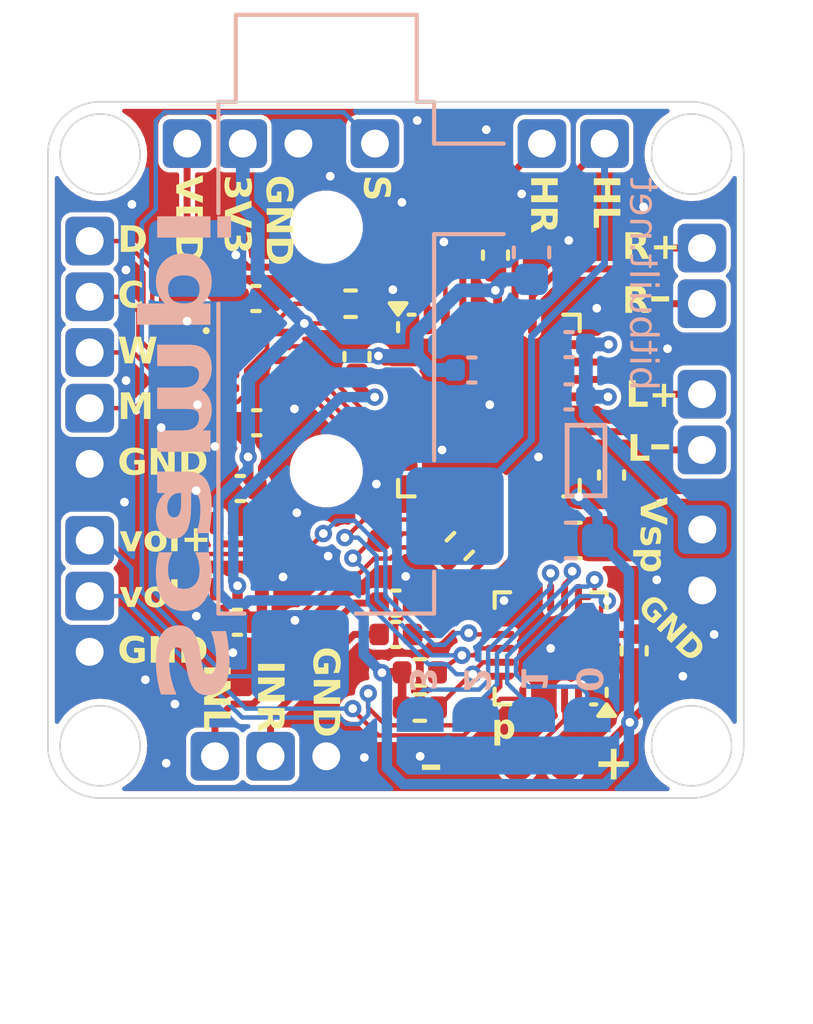
<source format=kicad_pcb>
(kicad_pcb (version 20240706) (generator "pcbnew") (generator_version "8.99")
  (layers (0 "F.Cu" signal) (31 "B.Cu" signal) (34 "B.Paste" user) (35 "F.Paste" user) (36 "B.SilkS" user "B.Silkscreen") (37 "F.SilkS" user "F.Silkscreen") (38 "B.Mask" user) (39 "F.Mask" user) (44 "Edge.Cuts" user))
  (net 0 "")
  (net 1 "+3V3")
  (net 2 "GND")
  (net 3 "VDDIO_EXT")
  (net 4 "+1V8")
  (net 5 "SPVDD")
  (net 6 "Net-(U2-MIC1LP)")
  (net 7 "Net-(C13-Pad2)")
  (net 8 "Net-(U2-MIC1RP)")
  (net 9 "Net-(C14-Pad2)")
  (net 10 "SCL")
  (net 11 "SDA")
  (net 12 "Net-(U2-GPIO1)")
  (net 13 "Net-(U2-SPKL+)")
  (net 14 "Net-(U2-SPKL-)")
  (net 15 "Net-(U2-SPKR-)")
  (net 16 "Net-(U2-SPKR+)")
  (net 17 "/HPS")
  (net 18 "/HPL")
  (net 19 "/HPR")
  (net 21 "RES")
  (net 24 "Net-(U2-MICBIAS)")
  (net 25 "UPDI")
  (net 26 "Net-(JP3-B)")
  (net 28 "Net-(JP1-B)")
  (net 29 "Net-(JP2-B)")
  (net 30 "Net-(JP4-B)")
  (net 33 "/D")
  (net 34 "/D_IN")
  (net 35 "/W")
  (net 36 "/C_IN")
  (net 37 "/W_IN")
  (net 38 "/C")
  (net 39 "/M_IN")
  (net 40 "/M")
  (net 41 "Net-(U3-PC0)")
  (net 42 "Net-(U3-PC1)")
  (footprint "SamacSys_Parts:pth_pad" (layer "F.Cu") (at 144.4 103.8)
    (property "Reference" "TP9" (hide yes))
    (property "Value" "~")
  )
  (footprint "TestPoint:TestPoint_Pad_D1.0mm" (layer "F.Cu") (at 152.870184 104 90)
    (property "Reference" "TP12" (hide yes))
    (property "Value" "V+")
  )
  (footprint "Capacitor_SMD:C_0402_1005Metric" (layer "F.Cu") (at 154.2 95.72 90)
    (property "Reference" "C8" (hide yes))
    (property "Value" "0.1µF" (hide yes))
  )
  (footprint "SamacSys_Parts:pth_pad" (layer "F.Cu") (at 156.8 90.8)
    (property "Reference" "SPKR-1" (hide yes))
    (property "Value" "~")
  )
  (footprint "Package_DFN_QFN:VQFN-32-1EP_5x5mm_P0.5mm_EP3.5x3.5mm" (layer "F.Cu") (at 150.675 93.725)
    (property "Reference" "U2" (hide yes))
    (property "Value" "TLV320AIC3100" (hide yes))
  )
  (footprint "SamacSys_Parts:pth_pad" (layer "F.Cu") (at 145.2 86.2)
    (property "Reference" "TP17" (hide yes))
    (property "Value" "~")
  )
  (footprint "SamacSys_Parts:pth_pad" (layer "F.Cu") (at 139.2 90.6)
    (property "Reference" "TP3" (hide yes))
    (property "Value" "~")
  )
  (footprint "Resistor_SMD:R_0402_1005Metric" (layer "F.Cu") (at 148.69 102.4)
    (property "Reference" "R2" (hide yes))
    (property "Value" "4.7k" (hide yes))
  )
  (footprint "SamacSys_Parts:pth_pad" (layer "F.Cu") (at 156.8 93.4)
    (property "Reference" "SPKL+1" (hide yes))
    (property "Value" "~")
  )
  (footprint "SamacSys_Parts:pth_pad" (layer "F.Cu") (at 146 103.8)
    (property "Reference" "TP13" (hide yes))
    (property "Value" "GND")
  )
  (footprint "SamacSys_Parts:pth_pad" (layer "F.Cu") (at 142 86.2)
    (property "Reference" "TP1" (hide yes))
    (property "Value" "~")
  )
  (footprint "Package_DFN_QFN:VQFN-20-1EP_3x3mm_P0.4mm_EP1.7x1.7mm" (layer "F.Cu") (at 152.45 100.7 180)
    (property "Reference" "U3" (hide yes))
    (property "Value" "ATTINY1616-MNR" (hide yes))
  )
  (footprint "TestPoint:TestPoint_Pad_D1.0mm" (layer "F.Cu") (at 147.3 96.782031)
    (property "Reference" "TP11" (hide yes))
    (property "Value" "SDA")
  )
  (footprint "Capacitor_SMD:C_0402_1005Metric" (layer "F.Cu") (at 150.864183 89.404861 90)
    (property "Reference" "C9" (hide yes))
    (property "Value" "0.1µF" (hide yes))
  )
  (footprint "SamacSys_Parts:pth_pad" (layer "F.Cu") (at 156.8 89.2)
    (property "Reference" "SPKR+1" (hide yes))
    (property "Value" "~")
  )
  (footprint "Capacitor_SMD:C_0402_1005Metric" (layer "F.Cu") (at 143.977872 90.649926)
    (property "Reference" "C2" (hide yes))
    (property "Value" "0.1µF" (hide yes))
  )
  (footprint "SamacSys_Parts:pth_pad" (layer "F.Cu") (at 156.809832 99.035239)
    (property "Reference" "TP6" (hide yes))
    (property "Value" "~")
  )
  (footprint "SamacSys_Parts:pth_pad" (layer "F.Cu") (at 142.8 103.8)
    (property "Reference" "TP8" (hide yes))
    (property "Value" "~")
  )
  (footprint "Capacitor_SMD:C_0402_1005Metric" (layer "F.Cu") (at 146.883802 92.32 90)
    (property "Reference" "C5" (hide yes))
    (property "Value" "0.1µF" (hide yes))
  )
  (footprint "Package_TO_SOT_SMD:SOT-353_SC-70-5" (layer "F.Cu") (at 143.5 98.05 -90)
    (property "Reference" "U1" (hide yes))
    (property "Value" "MIC5365-1.8YC5-TR" (hide yes))
  )
  (footprint "Resistor_SMD:R_0402_1005Metric" (layer "F.Cu") (at 146.7 90.8)
    (property "Reference" "R4" (hide yes))
    (property "Value" "100k")
  )
  (footprint "SamacSys_Parts:pth_pad" (layer "F.Cu") (at 147.4 86.2)
    (property "Reference" "DET1" (hide yes))
    (property "Value" "~")
  )
  (footprint "SamacSys_Parts:pth_pad" (layer "F.Cu") (at 152.2 86.2)
    (property "Reference" "HPR1" (hide yes))
    (property "Value" "~")
  )
  (footprint "Resistor_SMD:R_0402_1005Metric" (layer "F.Cu") (at 148.69 101.39)
    (property "Reference" "R3" (hide yes))
    (property "Value" "4.7k" (hide yes))
  )
  (footprint "SamacSys_Parts:pth_pad" (layer "F.Cu") (at 139.2 95.4)
    (property "Reference" "TP16" (hide yes))
    (property "Value" "~")
  )
  (footprint "Capacitor_SMD:C_0603_1608Metric" (layer "F.Cu") (at 153.175 97.6 180)
    (property "Reference" "C16" (hide yes))
    (property "Value" "10µF")
  )
  (footprint "Resistor_SMD:R_0402_1005Metric" (layer "F.Cu") (at 149.839376 97.760624 45)
    (property "Reference" "R1" (hide yes))
    (property "Value" "100k")
  )
  (footprint "Capacitor_SMD:C_0402_1005Metric" (layer "F.Cu") (at 154.85 100.769348 -90)
    (property "Reference" "C15" (hide yes))
    (property "Value" "0.1µF" (hide yes))
  )
  (footprint "SamacSys_Parts:pth_pad" (layer "F.Cu") (at 139.2 100.8)
    (property "Reference" "TP15" (hide yes))
    (property "Value" "~")
  )
  (footprint "SamacSys_Parts:pth_pad" (layer "F.Cu") (at 139.2 89)
    (property "Reference" "TP2" (hide yes))
    (property "Value" "~")
  )
  (footprint "SamacSys_Parts:pth_pad" (layer "F.Cu") (at 143.6 86.2)
    (property "Reference" "TP18" (hide yes))
    (property "Value" "~")
  )
  (footprint "SamacSys_Parts:pth_pad" (layer "F.Cu") (at 139.2 93.8)
    (property "Reference" "TP5" (hide yes))
    (property "Value" "~")
  )
  (footprint "SamacSys_Parts:pth_pad" (layer "F.Cu") (at 156.809832 97.285239)
    (property "Reference" "SPVDD1" (hide yes))
    (property "Value" "~")
  )
  (footprint "Capacitor_SMD:C_0402_1005Metric" (layer "F.Cu") (at 143.528053 96.107578 180)
    (property "Reference" "C1" (hide yes))
    (property "Value" "1µF" (hide yes))
  )
  (footprint "TestPoint:TestPoint_Pad_D1.0mm" (layer "F.Cu") (at 148.518437 89.83011)
    (property "Reference" "TP7" (hide yes))
    (property "Value" "~")
  )
  (footprint "TestPoint:TestPoint_Pad_D1.0mm" (layer "F.Cu") (at 147.537482 97.578631)
    (property "Reference" "TP10" (hide yes))
    (property "Value" "SCL")
  )
  (footprint "SamacSys_Parts:pth_pad" (layer "F.Cu") (at 156.8 95)
    (property "Reference" "SPKL-1" (hide yes))
    (property "Value" "~")
  )
  (footprint "Capacitor_SMD:C_0402_1005Metric" (layer "F.Cu") (at 148 100.3 180)
    (property "Reference" "C14" (hide yes))
    (property "Value" "0.47µF" (hide yes))
  )
  (footprint "SamacSys_Parts:pth_pad" (layer "F.Cu") (at 139.2 92.2)
    (property "Reference" "TP4" (hide yes))
    (property "Value" "~")
  )
  (footprint "Capacitor_SMD:C_0402_1005Metric" (layer "F.Cu") (at 148 99.4 180)
    (property "Reference" "C13" (hide yes))
    (property "Value" "0.47µF" (hide yes))
  )
  (footprint "Capacitor_SMD:C_0402_1005Metric" (layer "F.Cu") (at 144.001078 94.218471)
    (property "Reference" "C3" (hide yes))
    (property "Value" "0.1µF" (hide yes))
  )
  (footprint "TestPoint:TestPoint_Pad_D1.0mm" (layer "F.Cu") (at 150.1 104 90)
    (property "Reference" "TP14" (hide yes))
    (property "Value" "GND")
  )
  (footprint "Capacitor_SMD:C_0402_1005Metric" (layer "F.Cu") (at 143.445 99.95 180)
    (property "Reference" "C4" (hide yes))
    (property "Value" "1µF" (hide yes))
  )
  (footprint "SamacSys_Parts:LSF0204GU12X" (layer "F.Cu") (at 144 92.425)
    (property "Reference" "IC1" (hide yes))
    (property "Value" "LSF0204GU12X" (hide yes))
  )
  (footprint "SamacSys_Parts:pth_pad" (layer "F.Cu") (at 139.2 99.2 180)
    (property "Reference" "VOL+1" (hide yes))
    (property "Value" "~")
  )
  (footprint "TestPoint:TestPoint_Pad_D1.0mm" (layer "F.Cu") (at 151.5 104 90)
    (property "Reference" "UPDI1" (hide yes))
    (property "Value" "UPDI")
  )
  (footprint "SamacSys_Parts:pth_pad" (layer "F.Cu") (at 139.2 97.6 180)
    (property "Reference" "VOL-1" (hide yes))
    (property "Value" "~")
  )
  (footprint "SamacSys_Parts:pth_pad" (layer "F.Cu") (at 154 86.2)
    (property "Reference" "HPL1" (hide yes))
    (property "Value" "~")
  )
  (footprint "Capacitor_SMD:C_0402_1005Metric" (layer "B.Cu") (at 152.98 93.475411 180)
    (property "Reference" "C12" (hide yes))
    (property "Value" "0.1µF" (hide yes))
  )
  (footprint "SamacSys_Parts:small_solder_jumper" (layer "B.Cu") (at 150.3 103.2 90)
    (property "Reference" "JP3" (hide yes))
    (property "Value" "SolderJumper_2_Open")
  )
  (footprint "Connector_Audio:Jack_3.5mm_CUI_SJ-3524-SMT_Horizontal" (layer "B.Cu") (at 146 91.1 180)
    (property "Reference" "J1" (hide yes))
    (property "Value" "AudioJack3_SwitchT")
  )
  (footprint "SamacSys_Parts:small_solder_jumper" (layer "B.Cu") (at 148.7 103.2 90)
    (property "Reference" "JP4" (hide yes))
    (property "Value" "SolderJumper_2_Open")
  )
  (footprint "SamacSys_Parts:small_solder_jumper" (layer "B.Cu") (at 153.5 103.2 90)
    (property "Reference" "JP1" (hide yes))
    (property "Value" "SolderJumper_2_Open")
  )
  (footprint "Capacitor_SMD:C_0402_1005Metric" (layer "B.Cu") (at 150.184518 92.703604)
    (property "Reference" "C10" (hide yes))
    (property "Value" "0.1µF" (hide yes))
  )
  (footprint "Capacitor_SMD:C_0603_1608Metric" (layer "B.Cu") (at 151.9 89.325 90)
    (property "Reference" "C7" (hide yes))
    (property "Value" "10µF")
  )
  (footprint "SamacSys_Parts:small_solder_jumper" (layer "B.Cu") (at 151.9 103.2 90)
    (property "Reference" "JP2" (hide yes))
    (property "Value" "SolderJumper_2_Open")
  )
  (footprint "Capacitor_SMD:C_0603_1608Metric" (layer "B.Cu") (at 153.025 97.6 180)
    (property "Reference" "C6" (hide yes))
    (property "Value" "10µF" (hide yes))
  )
  (footprint "Capacitor_SMD:C_0402_1005Metric" (layer "B.Cu") (at 152.98 91.975 180)
    (property "Reference" "C11" (hide yes))
    (property "Value" "0.1µF" (hide yes))
  )
  (gr_circle (center 156.5 86.5) (end 157.65 86.5) (stroke (width 0.05)) (fill none) (layer "Edge.Cuts"))
  (gr_line (start 156.5 85) (end 139.5 85) (stroke (width 0.05)) (layer "Edge.Cuts"))
  (gr_arc (start 158 103.5) (mid 157.56066 104.56066) (end 156.5 105) (stroke (width 0.05)) (layer "Edge.Cuts"))
  (gr_arc (start 138 86.5) (mid 138.43934 85.43934) (end 139.5 85) (stroke (width 0.05)) (layer "Edge.Cuts"))
  (gr_circle (center 156.5 103.5) (end 157.65 103.5) (stroke (width 0.05)) (fill none) (layer "Edge.Cuts"))
  (gr_arc (start 156.5 85) (mid 157.56066 85.43934) (end 158 86.5) (stroke (width 0.05)) (layer "Edge.Cuts"))
  (gr_circle (center 139.5 86.5) (end 140.65 86.5) (stroke (width 0.05)) (fill none) (layer "Edge.Cuts"))
  (gr_line (start 139.5 105) (end 156.5 105) (stroke (width 0.05)) (layer "Edge.Cuts"))
  (gr_circle (center 139.5 103.5) (end 140.65 103.5) (stroke (width 0.05)) (fill none) (layer "Edge.Cuts"))
  (gr_line (start 138 86.5) (end 138 103.5) (stroke (width 0.05)) (layer "Edge.Cuts"))
  (gr_arc (start 139.5 105) (mid 138.43934 104.56066) (end 138 103.5) (stroke (width 0.05)) (layer "Edge.Cuts"))
  (gr_line (start 158 103.5) (end 158 86.5) (stroke (width 0.05)) (layer "Edge.Cuts"))
  (gr_text "3" (at 148.717939 101.959932 270) (layer "B.SilkS") (effects (font (size 0.75 0.75) (thickness 0.09375)) (justify left mirror)))
  (gr_text "Scampi" (at 140.8 102.3 270) (layer "B.SilkS") (effects (font (size 2 2.5) (thickness 0.4) (bold yes)) (justify left bottom mirror)))
  (gr_text "🦐" (at 152.73256 96.244573 0) (layer "B.SilkS") (effects (font (size 1.75 1.75) (thickness 0.3) (bold yes)) (justify left bottom)))
  (gr_text "2" (at 150.278038 101.976354 270) (layer "B.SilkS") (effects (font (size 0.75 0.75) (thickness 0.09375)) (justify left mirror)))
  (gr_text "0" (at 153.507715 101.954458 270) (layer "B.SilkS") (effects (font (size 0.75 0.75) (thickness 0.09375)) (justify left mirror)))
  (gr_text "1" (at 151.920247 101.954458 270) (layer "B.SilkS") (effects (font (size 0.75 0.75) (thickness 0.09375)) (justify left mirror)))
  (gr_text "bitbuilt.net" (at 154.6 93.3 -90) (layer "B.SilkS") (effects (font (size 0.8 0.8) (thickness 0.125)) (justify left bottom mirror)))
  (gr_text "HR" (at 152.2 87.1 270) (layer "F.SilkS") (effects (font (size 0.75 0.75) (thickness 0.09375)) (justify left)))
  (gr_text "C" (at 140 90.6 0) (layer "F.SilkS") (effects (font (size 0.75 0.75) (thickness 0.09375)) (justify left)))
  (gr_text "VDD" (at 142 87.1 270) (layer "F.SilkS") (effects (font (size 0.75 0.75) (thickness 0.09375)) (justify left)))
  (gr_text "INR" (at 144.35 101.05 270) (layer "F.SilkS") (effects (font (size 0.75 0.75) (thickness 0.09375)) (justify left)))
  (gr_text "GND" (at 140 100.8 0) (layer "F.SilkS") (effects (font (size 0.75 0.75) (thickness 0.09375)) (justify left)))
  (gr_text "GND" (at 140 95.4 0) (layer "F.SilkS") (effects (font (size 0.75 0.75) (thickness 0.09375)) (justify left)))
  (gr_text "Vsp" (at 155.35 96.35 -90) (layer "F.SilkS") (effects (font (size 0.75 0.75) (thickness 0.09375)) (justify left)))
  (gr_text "L+" (at 154.6 93.45 0) (layer "F.SilkS") (effects (font (size 0.75 0.75) (thickness 0.09375)) (justify left)))
  (gr_text "+" (at 153.675 104.05 0) (layer "F.SilkS") (effects (font (size 1 1) (thickness 0.09375)) (justify left)))
  (gr_text "_" (at 148.75 103.3 0) (layer "F.SilkS") (effects (font (size 1.2 0.75) (thickness 0.09375)) (justify left)))
  (gr_text "R+" (at 154.5 89.2 0) (layer "F.SilkS") (effects (font (size 0.75 0.75) (thickness 0.09375)) (justify left)))
  (gr_text "GND" (at 155.1 99.35 -45) (layer "F.SilkS") (effects (font (size 0.65 0.65) (thickness 0.09375)) (justify left)))
  (gr_text "W" (at 140 92.2 0) (layer "F.SilkS") (effects (font (size 0.75 0.75) (thickness 0.09375)) (justify left)))
  (gr_text "L" (at 154.65 95 0) (layer "F.SilkS") (effects (font (size 0.75 0.75) (thickness 0.09375)) (justify left)))
  (gr_text "S" (at 147.4 87.1 270) (layer "F.SilkS") (effects (font (size 0.75 0.75) (thickness 0.09375)) (justify left)))
  (gr_text "3V3" (at 143.4 87.1 270) (layer "F.SilkS") (effects (font (size 0.75 0.75) (thickness 0.09375)) (justify left)))
  (gr_text "p" (at 150.75 103 0) (layer "F.SilkS") (effects (font (size 0.7 0.7) (thickness 0.09375) (italic yes)) (justify left)))
  (gr_text "D" (at 140 89 0) (layer "F.SilkS") (effects (font (size 0.75 0.75) (thickness 0.09375)) (justify left)))
  (gr_text "HL" (at 154 87.1 270) (layer "F.SilkS") (effects (font (size 0.75 0.75) (thickness 0.09375)) (justify left)))
  (gr_text "-" (at 155.25 94.9 0) (layer "F.SilkS") (effects (font (size 0.75 1.2) (thickness 0.09375)) (justify left)))
  (gr_text "INL" (at 142.8 101.15 270) (layer "F.SilkS") (effects (font (size 0.75 0.75) (thickness 0.09375)) (justify left)))
  (gr_text "GND" (at 144.6 87.1 270) (layer "F.SilkS") (effects (font (size 0.75 0.75) (thickness 0.09375)) (justify left)))
  (gr_text "M" (at 140 93.8 0) (layer "F.SilkS") (effects (font (size 0.75 0.75) (thickness 0.09375)) (justify left)))
  (gr_text "vol-" (at 140.05 99.2 0) (layer "F.SilkS") (effects (font (size 0.75 0.75) (thickness 0.09375)) (justify left)))
  (gr_text "-" (at 155.25 90.65 0) (layer "F.SilkS") (effects (font (size 0.75 1.2) (thickness 0.09375)) (justify left)))
  (gr_text "GND" (at 145.95 100.65 -90) (layer "F.SilkS") (effects (font (size 0.75 0.75) (thickness 0.09375)) (justify left)))
  (gr_text "R\n" (at 154.5 90.75 0) (layer "F.SilkS") (effects (font (size 0.75 0.75) (thickness 0.09375)) (justify left)))
  (gr_text "vol+" (at 140.05 97.6 0) (layer "F.SilkS") (effects (font (size 0.75 0.75) (thickness 0.09375)) (justify left)))
  (segment (start 143.521078 94.671078) (end 143.521078 94.218471) (width 0.2) (layer "F.Cu") (net 1))
  (segment (start 144.75 91.625) (end 145.111227 91.625) (width 0.2) (layer "F.Cu") (net 1))
  (segment (start 147.675 92.475) (end 147.5 92.3) (width 0.2) (layer "F.Cu") (net 1))
  (segment (start 147.6 101.4) (end 147.61 101.39) (width 0.25) (layer "F.Cu") (net 1))
  (segment (start 147.21 90.8) (end 146.644025 91.365975) (width 0.127) (layer "F.Cu") (net 1))
  (segment (start 155.45 102.101692) (end 155.45 100.762911) (width 0.25) (layer "F.Cu") (net 1))
  (segment (start 143 97.7) (end 142.85 97.55) (width 0.2) (layer "F.Cu") (net 1))
  (segment (start 143.758053 95.204471) (end 143.753582 95.2) (width 0.3) (layer "F.Cu") (net 1))
  (segment (start 143.75 95.196418) (end 143.75 94.9) (width 0.2) (layer "F.Cu") (net 1))
  (segment (start 144.15 97.1) (end 144.15 97.55) (width 0.2) (layer "F.Cu") (net 1))
  (segment (start 143.758053 95.857578) (end 143.758053 95.204471) (width 0.3) (layer "F.Cu") (net 1))
  (segment (start 150.925 91.275) (end 150.925 90.478159) (width 0.25) (layer "F.Cu") (net 1))
  (segment (start 148.18 101.39) (end 148.18 102.4) (width 0.25) (layer "F.Cu") (net 1))
  (segment (start 148.225 92.475) (end 147.675 92.475) (width 0.2) (layer "F.Cu") (net 1))
  (segment (start 150.864183 90.415036) (end 150.86303 90.416189) (width 0.25) (layer "F.Cu") (net 1))
  (segment (start 150.864183 89.884861) (end 150.864183 90.415036) (width 0.25) (layer "F.Cu") (net 1))
  (segment (start 143.75 94.9) (end 143.521078 94.671078) (width 0.2) (layer "F.Cu") (net 1))
  (segment (start 147.61 101.39) (end 148.18 101.39) (width 0.25) (layer "F.Cu") (net 1))
  (segment (start 146.644025 91.365975) (end 145.370252 91.365975) (width 0.127) (layer "F.Cu") (net 1))
  (segment (start 143.753582 95.2) (end 143.75 95.196418) (width 0.2) (layer "F.Cu") (net 1))
  (segment (start 144.15 97.1) (end 144.15 96.249525) (width 0.3) (layer "F.Cu") (net 1))
  (segment (start 144.15 97.55) (end 144 97.7) (width 0.2) (layer "F.Cu") (net 1))
  (segment (start 150.925 90.478159) (end 150.86303 90.416189) (width 0.25) (layer "F.Cu") (net 1))
  (segment (start 154.965785 100.3) (end 154.976437 100.289348) (width 0.2) (layer "F.Cu") (net 1))
  (segment (start 152.870184 104) (end 153.551692 104) (width 0.25) (layer "F.Cu") (net 1))
  (segment (start 153.9 100.3) (end 154.965785 100.3) (width 0.2) (layer "F.Cu") (net 1))
  (segment (start 155.45 100.762911) (end 154.976437 100.289348) (width 0.25) (layer "F.Cu") (net 1))
  (segment (start 144 97.7) (end 143 97.7) (width 0.2) (layer "F.Cu") (net 1))
  (segment (start 145.111227 91.625) (end 145.370252 91.365975) (width 0.2) (layer "F.Cu") (net 1))
  (segment (start 144.15 96.249525) (end 143.758053 95.857578) (width 0.3) (layer "F.Cu") (net 1))
  (segment (start 153.551692 104) (end 155.45 102.101692) (width 0.25) (layer "F.Cu") (net 1))
  (segment (start 142.85 97.55) (end 142.85 97.1) (width 0.2) (layer "F.Cu") (net 1))
  (via (at 147.6 101.4) (size 0.5) (drill 0.25) (layers "F.Cu" "B.Cu") (net 1))
  (via (at 147.5 92.3) (size 0.5) (drill 0.25) (layers "F.Cu" "B.Cu") (net 1))
  (via (at 145.370252 91.365975) (size 0.5) (drill 0.25) (layers "F.Cu" "B.Cu") (net 1))
  (via (at 150.86303 90.416189) (size 0.5) (drill 0.25) (layers "F.Cu" "B.Cu") (net 1))
  (via (at 153.259726 96.345912) (size 0.5) (drill 0.25) (layers "F.Cu" "B.Cu") (net 1))
  (via (at 154.725846 102.825846) (size 0.5) (drill 0.25) (layers "F.Cu" "B.Cu") (net 1))
  (via (at 143.753582 95.2) (size 0.5) (drill 0.25) (layers "F.Cu" "B.Cu") (net 1))
  (segment (start 143.753582 95.2) (end 143.753582 95.542548) (width 0.3) (layer "B.Cu") (net 1))
  (segment (start 148.6 92.3) (end 148.6 91.65) (width 0.4) (layer "B.Cu") (net 1))
  (segment (start 149.833811 90.416189) (end 150.86303 90.416189) (width 0.4) (layer "B.Cu") (net 1))
  (segment (start 148.6 91.65) (end 149.833811 90.416189) (width 0.4) (layer "B.Cu") (net 1))
  (segment (start 145.370252 91.365975) (end 144.027 90.022723) (width 0.4) (layer "B.Cu") (net 1))
  (segment (start 150.802839 90.402839) (end 151.105678 90.1) (width 0.4) (layer "B.Cu") (net 1))
  (segment (start 148.6 92.3) (end 147.5 92.3) (width 0.4) (layer "B.Cu") (net 1))
  (segment (start 143.231709 99.427) (end 143.668291 99.427) (width 0.3) (layer "B.Cu") (net 1))
  (segment (start 144.027 90.022723) (end 144.027 88.418022) (width 0.4) (layer "B.Cu") (net 1))
  (segment (start 147.743 104.129349) (end 148.213651 104.6) (width 0.3) (layer "B.Cu") (net 1))
  (segment (start 154.7 98.5) (end 153.8 97.6) (width 0.3) (layer "B.Cu") (net 1))
  (segment (start 143.753582 95.2) (end 143.753582 92.982645) (width 0.4) (layer "B.Cu") (net 1))
  (segment (start 143.753582 95.542548) (end 142.9 96.39613) (width 0.3) (layer "B.Cu") (net 1))
  (segment (start 146.304277 92.3) (end 147.5 92.3) (width 0.4) (layer "B.Cu") (net 1))
  (segment (start 143.668291 99.427) (end 143.772291 99.323) (width 0.3) (layer "B.Cu") (net 1))
  (segment (start 147.075679 100.875679) (end 147.743 101.543) (width 0.3) (layer "B.Cu") (net 1))
  (segment (start 143.772291 99.323) (end 146.574358 99.323) (width 0.3) (layer "B.Cu") (net 1))
  (segment (start 153.8 97.6) (end 153.8 96.9) (width 0.3) (layer "B.Cu") (net 1))
  (segment (start 149.003604 92.703604) (end 148.6 92.3) (width 0.4) (layer "B.Cu") (net 1))
  (segment (start 146.574358 99.323) (end 147.075679 99.824321) (width 0.3) (layer "B.Cu") (net 1))
  (segment (start 143.6 87.991022) (end 143.6 86.2) (width 0.4) (layer "B.Cu") (net 1))
  (segment (start 151.105678 90.1) (end 151.9 90.1) (width 0.4) (layer "B.Cu") (net 1))
  (segment (start 147.075679 99.824321) (end 147.075679 100.875679) (width 0.3) (layer "B.Cu") (net 1))
  (segment (start 143.753582 92.982645) (end 145.370252 91.365975) (width 0.4) (layer "B.Cu") (net 1))
  (segment (start 142.9 96.39613) (end 142.9 99.095291) (width 0.3) (layer "B.Cu") (net 1))
  (segment (start 148.213651 104.6) (end 154 104.6) (width 0.3) (layer "B.Cu") (net 1))
  (segment (start 154 104.6) (end 154.7 103.9) (width 0.3) (layer "B.Cu") (net 1))
  (segment (start 142.9 99.095291) (end 143.231709 99.427) (width 0.3) (layer "B.Cu") (net 1))
  (segment (start 145.370252 91.365975) (end 146.304277 92.3) (width 0.4) (layer "B.Cu") (net 1))
  (segment (start 154.7 103.9) (end 154.7 98.5) (width 0.3) (layer "B.Cu") (net 1))
  (segment (start 149.704518 92.703604) (end 149.003604 92.703604) (width 0.4) (layer "B.Cu") (net 1))
  (segment (start 144.027 88.418022) (end 143.6 87.991022) (width 0.4) (layer "B.Cu") (net 1))
  (segment (start 153.8 96.9) (end 153.25 96.35) (width 0.3) (layer "B.Cu") (net 1))
  (segment (start 147.743 101.543) (end 147.743 104.129349) (width 0.3) (layer "B.Cu") (net 1))
  (segment (start 152.425 91.275) (end 152.425 91.975) (width 0.2) (layer "F.Cu") (net 2))
  (segment (start 147.84958 91.975) (end 147.69758 91.823) (width 0.2) (layer "F.Cu") (net 2))
  (segment (start 148.225 91.975) (end 147.84958 91.975) (width 0.2) (layer "F.Cu") (net 2))
  (segment (start 150.425 91.275) (end 150.425 93.475) (width 0.2) (layer "F.Cu") (net 2))
  (segment (start 152.425 95.475) (end 150.675 93.725) (width 0.2) (layer "F.Cu") (net 2))
  (segment (start 152.45 102.15) (end 152.45 100.7) (width 0.2) (layer "F.Cu") (net 2))
  (segment (start 150.925 93.975) (end 150.675 93.725) (width 0.2) (layer "F.Cu") (net 2))
  (segment (start 144 93.25) (end 144 93.737393) (width 0.2) (layer "F.Cu") (net 2))
  (segment (start 153.9 100.7) (end 152.45 100.7) (width 0.2) (layer "F.Cu") (net 2))
  (segment (start 151.925 94.975) (end 150.675 93.725) (width 0.2) (layer "F.Cu") (net 2))
  (segment (start 148.925 91.975) (end 150.675 93.725) (width 0.2) (layer "F.Cu") (net 2))
  (segment (start 154.427089 100.7) (end 154.976437 101.249348) (width 0.2) (layer "F.Cu") (net 2))
  (segment (start 147.69758 91.823) (end 146.900802 91.823) (width 0.2) (layer "F.Cu") (net 2))
  (segment (start 152.05 101.1) (end 152.45 100.7) (width 0.2) (layer "F.Cu") (net 2))
  (segment (start 152.425 91.975) (end 150.675 93.725) (width 0.2) (layer "F.Cu") (net 2))
  (segment (start 152.05 102.15) (end 152.05 101.1) (width 0.2) (layer "F.Cu") (net 2))
  (segment (start 150.675 93.725) (end 150.7 93.7) (width 0.2) (layer "F.Cu") (net 2))
  (segment (start 152.425 96.175) (end 152.425 95.475) (width 0.2) (layer "F.Cu") (net 2))
  (segment (start 148.225 91.975) (end 148.925 91.975) (width 0.2) (layer "F.Cu") (net 2))
  (segment (start 153.125 94.975) (end 151.925 94.975) (width 0.2) (layer "F.Cu") (net 2))
  (segment (start 150.425 93.475) (end 150.675 93.725) (width 0.2) (layer "F.Cu") (net 2))
  (segment (start 153.125 93.975) (end 150.925 93.975) (width 0.2) (layer "F.Cu") (net 2))
  (segment (start 152.425 97.575) (end 152.4 97.6) (width 0.2) (layer "F.Cu") (net 2))
  (segment (start 146.900802 91.823) (end 146.883802 91.84) (width 0.2) (layer "F.Cu") (net 2))
  (segment (start 153.9 100.7) (end 154.427089 100.7) (width 0.2) (layer "F.Cu") (net 2))
  (segment (start 144 93.737393) (end 144.481078 94.218471) (width 0.2) (layer "F.Cu") (net 2))
  (segment (start 152.425 96.175) (end 152.425 97.575) (width 0.2) (layer "F.Cu") (net 2))
  (via (at 150.7 93.7) (size 0.5) (drill 0.25) (layers "F.Cu" "B.Cu") (net 2))
  (via (at 147.440654 95.97991) (size 0.5) (drill 0.25) (layers "F.Cu" "B.Cu") (net 2))
  (via (at 142.261759 96.168783) (size 0.5) (drill 0.25) (layers "F.Cu" "B.Cu") (net 2))
  (via (at 144.758013 98.647601) (size 0.5) (drill 0.25) (layers "F.Cu" "B.Cu") (net 2))
  (via (at 147.094782 103.833576) (size 0.5) (drill 0.25) (layers "F.Cu" "B.Cu") (net 2))
  (via (at 155.498919 98.731486) (size 0.5) (drill 0.25) (layers "F.Cu" "B.Cu") (net 2))
  (via (at 142.3 93.7) (size 0.5) (drill 0.25) (layers "F.Cu" "B.Cu") (net 2))
  (via (at 145.08595 93.820247) (size 0.5) (drill 0.25) (layers "F.Cu" "B.Cu") (net 2))
  (via (at 152.45 100.7) (size 0.5) (drill 0.25) (layers "F.Cu" "B.Cu") (net 2))
  (via (at 152.1 95.2) (size 0.5) (drill 0.25) (layers "F.Cu" "B.Cu") (net 2))
  (via (at 142 91.3) (size 0.5) (drill 0.25) (layers "F.Cu" "B.Cu") (net 2))
  (via (at 141.256137 94.357826) (size 0.5) (drill 0.25) (layers "F.Cu" "B.Cu") (net 2))
  (via (at 152.971168 88.981605) (size 0.5) (drill 0.25) (layers "F.Cu" "B.Cu") (net 2))
  (via (at 140.241844 89.830053) (size 0.5) (drill 0.25) (layers "F.Cu" "B.Cu") (net 2))
  (via (at 151.108511 99.326512) (size 0.5) (drill 0.25) (layers "F.Cu" "B.Cu") (net 2))
  (via (at 156.25 101.5) (size 0.5) (drill 0.25) (layers "F.Cu" "B.Cu") (net 2))
  (via (at 149.380083 89.024619) (size 0.5) (drill 0.25) (layers "F.Cu" "B.Cu") (net 2))
  (via (at 146.114003 87.137759) (size 0.5) (drill 0.25) (layers "F.Cu" "B.Cu") (net 2))
  (via (at 149.329349 95) (size 0.5) (drill 0.25) (layers "F.Cu" "B.Cu") (net 2))
  (via (at 142.8 94.9) (size 0.5) (drill 0.25) (layers "F.Cu" "B.Cu") (net 2))
  (via (at 146.054319 98.049657) (size 0.5) (drill 0.25) (layers "F.Cu" "B.Cu") (net 2))
  (via (at 148.174056 87.8877) (size 0.5) (drill 0.25) (layers "F.Cu" "B.Cu") (net 2))
  (via (at 147.913948 90.397485) (size 0.5) (drill 0.25) (layers "F.Cu" "B.Cu") (net 2))
  (via (at 151.617931 87.646035) (size 0.5) (drill 0.25) (layers "F.Cu" "B.Cu") (net 2))
  (via (at 140.245146 93.007561) (size 0.5) (drill 0.25) (layers "F.Cu" "B.Cu") (net 2))
  (via (at 148.7 103.8) (size 0.5) (drill 0.25) (layers "F.Cu" "B.Cu") (net 2))
  (via (at 141.65 102.3) (size 0.5) (drill 0.25) (layers "F.Cu" "B.Cu") (net 2))
  (via (at 145.153755 96.804741) (size 0.5) (drill 0.25) (layers "F.Cu" "B.Cu") (net 2))
  (via (at 157.15 100.3) (size 0.5) (drill 0.25) (layers "F.Cu" "B.Cu") (net 2))
  (via (at 155.809233 92.092842) (size 0.5) (drill 0.25) (layers "F.Cu" "B.Cu") (net 2))
  (via (at 155.12226 88.016203) (size 0.5) (drill 0.25) (layers "F.Cu" "B.Cu") (net 2))
  (via (at 141.4 104) (size 0.5) (drill 0.25) (layers "F.Cu" "B.Cu") (net 2))
  (via (at 148.614508 85.537234) (size 0.5) (drill 0.25) (layers "F.Cu" "B.Cu") (net 2))
  (via (at 150.6 85.8) (size 0.5) (drill 0.25) (layers "F.Cu" "B.Cu") (net 2))
  (via (at 140.413992 87.945835) (size 0.5) (drill 0.25) (layers "F.Cu" "B.Cu") (net 2))
  (via (at 142.266406 99.773099) (size 0.5) (drill 0.25) (layers "F.Cu" "B.Cu") (net 2))
  (via (at 140.2 96.5) (size 0.5) (drill 0.25) (layers "F.Cu" "B.Cu") (net 2))
  (via (at 153.775765 90.92894) (size 0.5) (drill 0.25) (layers "F.Cu" "B.Cu") (net 2))
  (via (at 143.317518 100.823592) (size 0.5) (drill 0.25) (layers "F.Cu" "B.Cu") (net 2))
  (via (at 148.284351 98.632488) (size 0.5) (drill 0.25) (layers "F.Cu" "B.Cu") (net 2))
  (via (at 140.8 101.6) (size 0.5) (drill 0.25) (layers "F.Cu" "B.Cu") (net 2))
  (segment (start 142.749926 90.649926) (end 143.497872 90.649926) (width 0.2) (layer "F.Cu") (net 3))
  (segment (start 144 91.6) (end 144 91.152054) (width 0.2) (layer "F.Cu") (net 3))
  (segment (start 143.975 91.575) (end 144 91.6) (width 0.2) (layer "F.Cu") (net 3))
  (segment (start 142 86.2) (end 142 89.9) (width 0.2) (layer "F.Cu") (net 3))
  (segment (start 142 89.9) (end 142.749926 90.649926) (width 0.2) (layer "F.Cu") (net 3))
  (segment (start 143.25 91.575) (end 143.975 91.575) (width 0.2) (layer "F.Cu") (net 3))
  (segment (start 144 91.152054) (end 143.497872 90.649926) (width 0.2) (layer "F.Cu") (net 3))
  (segment (start 147.222159 93.483309) (end 147.392781 93.483309) (width 0.3) (layer "F.Cu") (net 4))
  (segment (start 147.575 92.975) (end 147.4 92.8) (width 0.2) (layer "F.Cu") (net 4))
  (segment (start 146.883802 92.8) (end 146.883802 93.144952) (width 0.3) (layer "F.Cu") (net 4))
  (segment (start 144.15 99) (end 144.15 99.725) (width 0.3) (layer "F.Cu") (net 4))
  (segment (start 146.883802 93.144952) (end 147.222159 93.483309) (width 0.3) (layer "F.Cu") (net 4))
  (segment (start 148.225 92.975) (end 147.575 92.975) (width 0.2) (layer "F.Cu") (net 4))
  (segment (start 144.15 99.725) (end 143.925 99.95) (width 0.3) (layer "F.Cu") (net 4))
  (segment (start 147.4 92.8) (end 146.883802 92.8) (width 0.2) (layer "F.Cu") (net 4))
  (segment (start 143.45 99.475) (end 143.925 99.95) (width 0.3) (layer "F.Cu") (net 4))
  (segment (start 143.45 98.9) (end 143.45 99.475) (width 0.3) (layer "F.Cu") (net 4))
  (via (at 147.392781 93.483309) (size 0.5) (drill 0.25) (layers "F.Cu" "B.Cu") (net 4))
  (via (at 143.45 98.9) (size 0.5) (drill 0.25) (layers "F.Cu" "B.Cu") (net 4))
  (segment (start 143.327 96.573) (end 143.327 98.777) (width 0.3) (layer "B.Cu") (net 4))
  (segment (start 147.392781 93.483309) (end 146.416691 93.483309) (width 0.3) (layer "B.Cu") (net 4))
  (segment (start 146.416691 93.483309) (end 143.327 96.573) (width 0.3) (layer "B.Cu") (net 4))
  (segment (start 143.327 98.777) (end 143.45 98.9) (width 0.3) (layer "B.Cu") (net 4))
  (segment (start 153.125411 93.475411) (end 153.125 93.475) (width 0.25) (layer "F.Cu") (net 5))
  (segment (start 153.955627 93.475) (end 153.956038 93.475411) (width 0.2) (layer "F.Cu") (net 5))
  (segment (start 153.125 91.975) (end 153.969837 91.975) (width 0.25) (layer "F.Cu") (net 5))
  (segment (start 153.969837 91.975) (end 153.975794 91.969043) (width 0.2) (layer "F.Cu") (net 5))
  (segment (start 153.956038 93.475411) (end 153.125411 93.475411) (width 0.25) (layer "F.Cu") (net 5))
  (via (at 154.119756 91.969043) (size 0.5) (drill 0.25) (layers "F.Cu" "B.Cu") (net 5))
  (via (at 154.1 93.475411) (size 0.5) (drill 0.25) (layers "F.Cu" "B.Cu") (net 5))
  (segment (start 153.465957 91.969043) (end 153.46 91.975) (width 0.4) (layer "B.Cu") (net 5))
  (segment (start 153.956038 93.475411) (end 153.46 93.475411) (width 0.4) (layer "B.Cu") (net 5))
  (segment (start 156.809832 97.285239) (end 156.785239 97.285239) (width 0.4) (layer "B.Cu") (net 5))
  (segment (start 153.955627 93.475) (end 153.956038 93.475411) (width 0.2) (layer "B.Cu") (net 5))
  (segment (start 153.975794 91.969043) (end 153.465957 91.969043) (width 0.4) (layer "B.Cu") (net 5))
  (segment (start 153.969837 91.975) (end 153.975794 91.969043) (width 0.2) (layer "B.Cu") (net 5))
  (segment (start 156.785239 97.285239) (end 153.46 93.96) (width 0.4) (layer "B.Cu") (net 5))
  (segment (start 153.46 93.96) (end 153.46 93.475411) (width 0.4) (layer "B.Cu") (net 5))
  (segment (start 153.46 93.475411) (end 153.46 91.975) (width 0.4) (layer "B.Cu") (net 5))
  (segment (start 149.3 99.4) (end 150.925 97.775) (width 0.2) (layer "F.Cu") (net 6))
  (segment (start 150.925 97.775) (end 150.925 96.175) (width 0.2) (layer "F.Cu") (net 6))
  (segment (start 148.48 99.4) (end 149.3 99.4) (width 0.2) (layer "F.Cu") (net 6))
  (segment (start 146.8 99.4) (end 147.52 99.4) (width 0.2) (layer "F.Cu") (net 7))
  (segment (start 143.9 102.3) (end 146.8 99.4) (width 0.2) (layer "F.Cu") (net 7))
  (segment (start 142.8 102.8) (end 143.3 102.3) (width 0.2) (layer "F.Cu") (net 7))
  (segment (start 142.8 103.8) (end 142.8 102.8) (width 0.2) (layer "F.Cu") (net 7))
  (segment (start 143.3 102.3) (end 143.9 102.3) (width 0.2) (layer "F.Cu") (net 7))
  (segment (start 149.170329 100.3) (end 148.48 100.3) (width 0.2) (layer "F.Cu") (net 8))
  (segment (start 151.425 98.045329) (end 149.170329 100.3) (width 0.2) (layer "F.Cu") (net 8))
  (segment (start 151.425 96.175) (end 151.425 98.045329) (width 0.2) (layer "F.Cu") (net 8))
  (segment (start 146.8 100.3) (end 147.52 100.3) (width 0.2) (layer "F.Cu") (net 9))
  (segment (start 144.4 103.8) (end 144.4 102.7) (width 0.2) (layer "F.Cu") (net 9))
  (segment (start 144.4 102.7) (end 146.8 100.3) (width 0.2) (layer "F.Cu") (net 9))
  (segment (start 148.2 97.4) (end 148.710153 97.4) (width 0.127) (layer "F.Cu") (net 10))
  (segment (start 149.425 96.685153) (end 149.425 96.175) (width 0.127) (layer "F.Cu") (net 10))
  (segment (start 150.5 101.1) (end 150 101.6) (width 0.127) (layer "F.Cu") (net 10))
  (segment (start 146.764724 98.109168) (end 146.790832 98.109168) (width 0.127) (layer "F.Cu") (net 10))
  (segment (start 148.021369 97.578631) (end 148.2 97.4) (width 0.127) (layer "F.Cu") (net 10))
  (segment (start 146.790832 98.109168) (end 147.321369 97.578631) (width 0.127) (layer "F.Cu") (net 10))
  (segment (start 151 101.1) (end 150.5 101.1) (width 0.127) (layer "F.Cu") (net 10))
  (segment (start 150.156748 101.443252) (end 150 101.6) (width 0.127) (layer "F.Cu") (net 10))
  (segment (start 148.710153 97.4) (end 149.425 96.685153) (width 0.127) (layer "F.Cu") (net 10))
  (segment (start 147.537482 97.578631) (end 148.021369 97.578631) (width 0.127) (layer "F.Cu") (net 10))
  (segment (start 147.321369 97.578631) (end 147.537482 97.578631) (width 0.127) (layer "F.Cu") (net 10))
  (segment (start 150.21306 101.443252) (end 150.156748 101.443252) (width 0.127) (layer "F.Cu") (net 10))
  (segment (start 150 101.6) (end 149.2 102.4) (width 0.127) (layer "F.Cu") (net 10))
  (via (at 146.764724 98.109168) (size 0.5) (drill 0.25) (layers "F.Cu" "B.Cu") (net 10))
  (via (at 150.21306 101.443252) (size 0.5) (drill 0.25) (layers "F.Cu" "B.Cu") (net 10))
  (segment (start 149.454 101.154) (end 148.93558 101.154) (width 0.127) (layer "B.Cu") (net 10))
  (segment (start 149.743252 101.443252) (end 149.454 101.154) (width 0.127) (layer "B.Cu") (net 10))
  (segment (start 147.192 99.41042) (end 147.192 98.536444) (width 0.127) (layer "B.Cu") (net 10))
  (segment (start 150.21306 101.443252) (end 149.743252 101.443252) (width 0.127) (layer "B.Cu") (net 10))
  (segment (start 148.93558 101.154) (end 147.192 99.41042) (width 0.127) (layer "B.Cu") (net 10))
  (segment (start 147.192 98.536444) (end 146.764724 98.109168) (width 0.127) (layer "B.Cu") (net 10))
  (segment (start 150.283032 100.866167) (end 150.277616 100.866167) (width 0.127) (layer "F.Cu") (net 11))
  (segment (start 151 100.7) (end 150.449199 100.7) (width 0.127) (layer "F.Cu") (net 11))
  (segment (start 147.778631 96.778631) (end 148 97) (width 0.127) (layer "F.Cu") (net 11))
  (segment (start 150 101) (end 149.9 100.9) (width 0.127) (layer "F.Cu") (net 11))
  (segment (start 146.564247 97.517784) (end 147.3034 96.778631) (width 0.127) (layer "F.Cu") (net 11))
  (segment (start 148.6 97) (end 148.925 96.675) (width 0.127) (layer "F.Cu") (net 11))
  (segment (start 150.243783 100.9) (end 149.9 100.9) (width 0.127) (layer "F.Cu") (net 11))
  (segment (start 148 97) (end 148.6 97) (width 0.127) (layer "F.Cu") (net 11))
  (segment (start 147.3034 96.778631) (end 147.778631 96.778631) (width 0.127) (layer "F.Cu") (net 11))
  (segment (start 150.449199 100.7) (end 150.283032 100.866167) (width 0.127) (layer "F.Cu") (net 11))
  (segment (start 150.277616 100.866167) (end 150.243783 100.9) (width 0.127) (layer "F.Cu") (net 11))
  (segment (start 146.534121 97.517784) (end 146.564247 97.517784) (width 0.127) (layer "F.Cu") (net 11))
  (segment (start 148.925 96.675) (end 148.925 96.175) (width 0.127) (layer "F.Cu") (net 11))
  (segment (start 149.2 101.39) (end 149.9 100.9) (width 0.127) (layer "F.Cu") (net 11))
  (via (at 149.9 100.9) (size 0.5) (drill 0.25) (layers "F.Cu" "B.Cu") (net 11))
  (via (at 146.534121 97.517784) (size 0.5) (drill 0.25) (layers "F.Cu" "B.Cu") (net 11))
  (segment (start 146.534121 97.517784) (end 146.917784 97.517784) (width 0.127) (layer "B.Cu") (net 11))
  (segment (start 149.04079 100.9) (end 149.9 100.9) (width 0.127) (layer "B.Cu") (net 11))
  (segment (start 147.446 99.30521) (end 149.04079 100.9) (width 0.127) (layer "B.Cu") (net 11))
  (segment (start 147.446 98.046) (end 147.446 99.30521) (width 0.127) (layer "B.Cu") (net 11))
  (segment (start 146.917784 97.517784) (end 147.446 98.046) (width 0.127) (layer "B.Cu") (net 11))
  (segment (start 148.925 90.279063) (end 148.518437 89.8725) (width 0.127) (layer "F.Cu") (net 12))
  (segment (start 148.925 91.275) (end 148.925 90.279063) (width 0.127) (layer "F.Cu") (net 12))
  (segment (start 156.8 93.4) (end 155.4 93.4) (width 0.2) (layer "F.Cu") (net 13))
  (segment (start 154.975 92.975) (end 153.125 92.975) (width 0.2) (layer "F.Cu") (net 13))
  (segment (start 155.4 93.4) (end 154.975 92.975) (width 0.2) (layer "F.Cu") (net 13))
  (segment (start 153.125 94.475) (end 154.975 94.475) (width 0.2) (layer "F.Cu") (net 14))
  (segment (start 154.975 94.475) (end 155.5 95) (width 0.2) (layer "F.Cu") (net 14))
  (segment (start 155.5 95) (end 156.8 95) (width 0.2) (layer "F.Cu") (net 14))
  (segment (start 154.7 92.2) (end 154.425 92.475) (width 0.2) (layer "F.Cu") (net 15))
  (segment (start 156.8 90.8) (end 155.6 90.8) (width 0.2) (layer "F.Cu") (net 15))
  (segment (start 154.7 91.7) (end 154.7 92.2) (width 0.2) (layer "F.Cu") (net 15))
  (segment (start 154.425 92.475) (end 153.125 92.475) (width 0.2) (layer "F.Cu") (net 15))
  (segment (start 155.6 90.8) (end 154.7 91.7) (width 0.2) (layer "F.Cu") (net 15))
  (segment (start 151.925 91.275) (end 151.925 90.575) (width 0.2) (layer "F.Cu") (net 16))
  (segment (start 154.6 89.8) (end 155.2 89.2) (width 0.2) (layer "F.Cu") (net 16))
  (segment (start 152.7 89.8) (end 154.6 89.8) (width 0.2) (layer "F.Cu") (net 16))
  (segment (start 151.925 90.575) (end 152.7 89.8) (width 0.2) (layer "F.Cu") (net 16))
  (segment (start 155.2 89.2) (end 156.8 89.2) (width 0.2) (layer "F.Cu") (net 16))
  (segment (start 149.925 96.175) (end 149.925 96.675) (width 0.127) (layer "F.Cu") (net 17))
  (segment (start 149.065188 98.069033) (end 149.065188 98.065188) (width 0.127) (layer "F.Cu") (net 17))
  (segment (start 146.450332 98.549668) (end 145.104043 99.895957) (width 0.127) (layer "F.Cu") (net 17))
  (segment (start 147.377723 98.119131) (end 146.947186 98.549668) (width 0.127) (layer "F.Cu") (net 17))
  (segment (start 149.426537 98.069033) (end 149.065188 98.069033) (width 0.127) (layer "F.Cu") (net 17))
  (segment (start 149.478752 98.121248) (end 149.426537 98.069033) (width 0.127) (layer "F.Cu") (net 17))
  (segment (start 148.8 97.8) (end 148.15921 97.8) (width 0.127) (layer "F.Cu") (net 17))
  (segment (start 145.104043 99.895957) (end 145.1 99.895957) (width 0.127) (layer "F.Cu") (net 17))
  (segment (start 146.947186 98.549668) (end 146.450332 98.549668) (width 0.127) (layer "F.Cu") (net 17))
  (segment (start 148.15921 97.8) (end 147.840079 98.119131) (width 0.127) (layer "F.Cu") (net 17))
  (segment (start 149.065188 98.065188) (end 148.8 97.8) (width 0.127) (layer "F.Cu") (net 17))
  (segment (start 147.840079 98.119131) (end 147.377723 98.119131) (width 0.127) (layer "F.Cu") (net 17))
  (segment (start 149.925 96.675) (end 148.8 97.8) (width 0.127) (layer "F.Cu") (net 17))
  (via (at 145.1 99.895957) (size 0.5) (drill 0.25) (layers "F.Cu" "B.Cu") (net 17))
  (segment (start 143.11842 101.5) (end 140.7 99.08158) (width 0.127) (layer "B.Cu") (net 17))
  (segment (start 140.7 99.08158) (end 140.7 88.484064) (width 0.127) (layer "B.Cu") (net 17))
  (segment (start 141.1 88.084064) (end 141.1 85.54779) (width 0.127) (layer "B.Cu") (net 17))
  (segment (start 141.34779 85.3) (end 146.5 85.3) (width 0.127) (layer "B.Cu") (net 17))
  (segment (start 144.65 101.5) (end 143.11842 101.5) (width 0.127) (layer "B.Cu") (net 17))
  (segment (start 141.1 85.54779) (end 141.34779 85.3) (width 0.127) (layer "B.Cu") (net 17))
  (segment (start 145.25 100.9) (end 144.65 101.5) (width 0.127) (layer "B.Cu") (net 17))
  (segment (start 146.5 85.3) (end 147.4 86.2) (width 0.127) (layer "B.Cu") (net 17))
  (segment (start 140.7 88.484064) (end 141.1 88.084064) (width 0.127) (layer "B.Cu") (net 17))
  (segment (start 151.425 88.775) (end 154 86.2) (width 0.2) (layer "F.Cu") (net 18))
  (segment (start 151.425 91.275) (end 151.425 88.775) (width 0.2) (layer "F.Cu") (net 18))
  (segment (start 154 86.2) (end 154 89.642102) (width 0.2) (layer "B.Cu") (net 18))
  (segment (start 154 89.642102) (end 151.9 91.742102) (width 0.2) (layer "B.Cu") (net 18))
  (segment (start 151.9 94.7) (end 149.7 96.9) (width 0.2) (layer "B.Cu") (net 18))
  (segment (start 151.9 91.742102) (end 151.9 94.7) (width 0.2) (layer "B.Cu") (net 18))
  (segment (start 144.65 89.75) (end 143.75 89.75) (width 0.2) (layer "F.Cu") (net 19))
  (segment (start 146.489722 89.75) (end 147.764722 88.475) (width 0.2) (layer "F.Cu") (net 19))
  (segment (start 149.925 88.475) (end 152.2 86.2) (width 0.2) (layer "F.Cu") (net 19))
  (segment (start 149.925 91.275) (end 149.925 88.475) (width 0.2) (layer "F.Cu") (net 19))
  (segment (start 144.65 89.75) (end 146.489722 89.75) (width 0.2) (layer "F.Cu") (net 19))
  (segment (start 147.764722 88.475) (end 149.925 88.475) (width 0.2) (layer "F.Cu") (net 19))
  (segment (start 143.75 89.75) (end 143.4 89.4) (width 0.2) (layer "F.Cu") (net 19))
  (via (at 143.4 89.4) (size 0.5) (drill 0.25) (layers "F.Cu" "B.Cu") (net 19))
  (segment (start 149.425 90.225) (end 149.2 90) (width 0.127) (layer "F.Cu") (net 21))
  (segment (start 144.5 91.2) (end 144.689078 91.2) (width 0.127) (layer "F.Cu") (net 21))
  (segment (start 142.3905 97.9905) (end 141.7 97.3) (width 0.127) (layer "F.Cu") (net 21))
  (segment (start 143.083833 93.624101) (end 143.449613 93.624101) (width 0.127) (layer "F.Cu") (net 21))
  (segment (start 141.7 95.007934) (end 143.083833 93.624101) (width 0.127) (layer "F.Cu") (net 21))
  (segment (start 144.689078 91.2) (end 145.089078 90.8) (width 0.127) (layer "F.Cu") (net 21))
  (segment (start 141.7 97.3) (end 141.7 95.007934) (width 0.127) (layer "F.Cu") (net 21))
  (segment (start 149.425 91.275) (end 149.425 90.225) (width 0.127) (layer "F.Cu") (net 21))
  (segment (start 145.089078 90.8) (end 146.19 90.8) (width 0.127) (layer "F.Cu") (net 21))
  (segment (start 144.3005 91.3995) (end 144.5 91.2) (width 0.127) (layer "F.Cu") (net 21))
  (segment (start 145.328685 97.9905) (end 142.3905 97.9905) (width 0.127) (layer "F.Cu") (net 21))
  (segment (start 147.1105 90.2895) (end 146.7005 90.2895) (width 0.127) (layer "F.Cu") (net 21))
  (segment (start 144.3005 92.0995) (end 144.3005 91.3995) (width 0.127) (layer "F.Cu") (net 21))
  (segment (start 146.7005 90.2895) (end 146.19 90.8) (width 0.127) (layer "F.Cu") (net 21))
  (segment (start 148.147359 89.252641) (end 147.1105 90.2895) (width 0.127) (layer "F.Cu") (net 21))
  (segment (start 143.6995 93.374214) (end 143.6995 92.7005) (width 0.127) (layer "F.Cu") (net 21))
  (segment (start 150.134737 100.3) (end 151 100.3) (width 0.127) (layer "F.Cu") (net 21))
  (segment (start 143.6995 92.7005) (end 144.3005 92.0995) (width 0.127) (layer "F.Cu") (net 21))
  (segment (start 149.2 89.6) (end 148.852641 89.252641) (width 0.127) (layer "F.Cu") (net 21))
  (segment (start 148.852641 89.252641) (end 148.147359 89.252641) (width 0.127) (layer "F.Cu") (net 21))
  (segment (start 150.094689 100.259952) (end 150.134737 100.3) (width 0.127) (layer "F.Cu") (net 21))
  (segment (start 143.449613 93.624101) (end 143.6995 93.374214) (width 0.127) (layer "F.Cu") (net 21))
  (segment (start 145.916702 97.402483) (end 145.328685 97.9905) (width 0.127) (layer "F.Cu") (net 21))
  (segment (start 149.2 90) (end 149.2 89.6) (width 0.127) (layer "F.Cu") (net 21))
  (via (at 150.094689 100.259952) (size 0.5) (drill 0.25) (layers "F.Cu" "B.Cu") (net 21))
  (via (at 145.916702 97.402483) (size 0.5) (drill 0.25) (layers "F.Cu" "B.Cu") (net 21))
  (segment (start 149.740048 100.259952) (end 150.094689 100.259952) (width 0.127) (layer "B.Cu") (net 21))
  (segment (start 146.284922 97.034263) (end 146.819982 97.034263) (width 0.127) (layer "B.Cu") (net 21))
  (segment (start 147.7 99.2) (end 149.1 100.6) (width 0.127) (layer "B.Cu") (net 21))
  (segment (start 149.1 100.6) (end 149.4 100.6) (width 0.127) (layer "B.Cu") (net 21))
  (segment (start 149.4 100.6) (end 149.740048 100.259952) (width 0.127) (layer "B.Cu") (net 21))
  (segment (start 145.916702 97.402483) (end 146.284922 97.034263) (width 0.127) (layer "B.Cu") (net 21))
  (segment (start 146.819982 97.034263) (end 147.7 97.914281) (width 0.127) (layer "B.Cu") (net 21))
  (segment (start 147.7 97.914281) (end 147.7 99.2) (width 0.127) (layer "B.Cu") (net 21))
  (segment (start 150.425 96.175) (end 150.425 97.175) (width 0.2) (layer "F.Cu") (net 24))
  (segment (start 150.425 97.175) (end 150.2 97.4) (width 0.2) (layer "F.Cu") (net 24))
  (segment (start 151.6 104) (end 151.5 104) (width 0.127) (layer "F.Cu") (net 25))
  (segment (start 152.85 102.75) (end 151.6 104) (width 0.127) (layer "F.Cu") (net 25))
  (segment (start 152.85 102.15) (end 152.85 102.75) (width 0.127) (layer "F.Cu") (net 25))
  (segment (start 152.85 99.25) (end 152.85 98.85) (width 0.127) (layer "F.Cu") (net 26))
  (segment (start 152.85 98.85) (end 153.072451 98.627549) (width 0.127) (layer "F.Cu") (net 26))
  (segment (start 153.072451 98.627549) (end 153.072451 98.484931) (width 0.127) (layer "F.Cu") (net 26))
  (via (at 153.072451 98.484931) (size 0.5) (drill 0.25) (layers "F.Cu" "B.Cu") (net 26))
  (segment (start 153.072451 98.686759) (end 153.072451 98.484931) (width 0.127) (layer "B.Cu") (net 26))
  (segment (start 150.3 102.338484) (end 150.90756 101.730924) (width 0.127) (layer "B.Cu") (net 26))
  (segment (start 150.90756 100.85165) (end 153.072451 98.686759) (width 0.127) (layer "B.Cu") (net 26))
  (segment (start 150.90756 101.730924) (end 150.90756 100.85165) (width 0.127) (layer "B.Cu") (net 26))
  (segment (start 150.3 102.6) (end 150.3 102.338484) (width 0.127) (layer "B.Cu") (net 26))
  (segment (start 153.9 99.511529) (end 154.078546 99.332983) (width 0.127) (layer "F.Cu") (net 28))
  (segment (start 153.9 99.9) (end 153.9 99.511529) (width 0.127) (layer "F.Cu") (net 28))
  (via (at 154.078546 99.332983) (size 0.5) (drill 0.25) (layers "F.Cu" "B.Cu") (net 28))
  (segment (start 151.454 101.454) (end 151.454 101.02363) (width 0.127) (layer "B.Cu") (net 28))
  (segment (start 153.5 102) (end 153.3 101.8) (width 0.127) (layer "B.Cu") (net 28))
  (segment (start 153.3 101.8) (end 151.8 101.8) (width 0.127) (layer "B.Cu") (net 28))
  (segment (start 151.454 101.02363) (end 153.27763 99.2) (width 0.127) (layer "B.Cu") (net 28))
  (segment (start 153.27763 99.2) (end 153.945563 99.2) (width 0.127) (layer "B.Cu") (net 28))
  (segment (start 151.8 101.8) (end 151.454 101.454) (width 0.127) (layer "B.Cu") (net 28))
  (segment (start 153.5 102.6) (end 153.5 102) (width 0.127) (layer "B.Cu") (net 28))
  (segment (start 153.945563 99.2) (end 154.078546 99.332983) (width 0.127) (layer "B.Cu") (net 28))
  (segment (start 153.25 99.25) (end 153.55 99.25) (width 0.127) (layer "F.Cu") (net 29))
  (segment (start 153.55 99.25) (end 153.713381 99.086619) (width 0.127) (layer "F.Cu") (net 29))
  (segment (start 153.713381 99.086619) (end 153.713381 98.729789) (width 0.127) (layer "F.Cu") (net 29))
  (via (at 153.713381 98.729789) (size 0.5) (drill 0.25) (layers "F.Cu" "B.Cu") (net 29))
  (segment (start 153.713381 98.729789) (end 153.517739 98.925431) (width 0.127) (layer "B.Cu") (net 29))
  (segment (start 151.2 101.7) (end 151.9 102.4) (width 0.127) (layer "B.Cu") (net 29))
  (segment (start 151.9 102.4) (end 151.9 102.6) (width 0.127) (layer "B.Cu") (net 29))
  (segment (start 151.2 100.91842) (end 151.2 101.7) (width 0.127) (layer "B.Cu") (net 29))
  (segment (start 153.192989 98.925431) (end 151.2 100.91842) (width 0.127) (layer "B.Cu") (net 29))
  (segment (start 153.517739 98.925431) (end 153.192989 98.925431) (width 0.127) (layer "B.Cu") (net 29))
  (segment (start 152.45 99.25) (end 152.45 98.542423) (width 0.127) (layer "F.Cu") (net 30))
  (segment (start 152.45 98.542423) (end 152.447901 98.540324) (width 0.127) (layer "F.Cu") (net 30))
  (via (at 152.447901 98.540324) (size 0.5) (drill 0.25) (layers "F.Cu" "B.Cu") (net 30))
  (segment (start 150.395522 101.883752) (end 150.65356 101.625714) (width 0.127) (layer "B.Cu") (net 30))
  (segment (start 150.65356 100.74644) (end 152.447901 98.952099) (width 0.127) (layer "B.Cu") (net 30))
  (segment (start 148.7 102.6) (end 148.7 102) (width 0.127) (layer "B.Cu") (net 30))
  (segment (start 152.447901 98.952099) (end 152.447901 98.540324) (width 0.127) (layer "B.Cu") (net 30))
  (segment (start 148.7 102) (end 148.816248 101.883752) (width 0.127) (layer "B.Cu") (net 30))
  (segment (start 150.65356 101.625714) (end 150.65356 100.74644) (width 0.127) (layer "B.Cu") (net 30))
  (segment (start 148.816248 101.883752) (end 150.395522 101.883752) (width 0.127) (layer "B.Cu") (net 30))
  (segment (start 148.225 93.975) (end 147.170426 93.975) (width 0.127) (layer "F.Cu") (net 33))
  (segment (start 147.170426 93.975) (end 145.220426 92.025) (width 0.127) (layer "F.Cu") (net 33))
  (segment (start 145.220426 92.025) (end 144.75 92.025) (width 0.127) (layer "F.Cu") (net 33))
  (segment (start 141.425 92.025) (end 141 91.6) (width 0.127) (layer "F.Cu") (net 34))
  (segment (start 143.25 92.025) (end 141.425 92.025) (width 0.127) (layer "F.Cu") (net 34))
  (segment (start 141 89.8) (end 140.2 89) (width 0.127) (layer "F.Cu") (net 34))
  (segment (start 141 91.6) (end 141 89.8) (width 0.127) (layer "F.Cu") (net 34))
  (segment (start 140.2 89) (end 139.2 89) (width 0.127) (layer "F.Cu") (net 34))
  (segment (start 147.311216 94.475) (end 145.261216 92.425) (width 0.127) (layer "F.Cu") (net 35))
  (segment (start 148.225 94.475) (end 147.311216 94.475) (width 0.127) (layer "F.Cu") (net 35))
  (segment (start 145.261216 92.425) (end 144.75 92.425) (width 0.127) (layer "F.Cu") (net 35))
  (segment (start 143.25 92.425) (end 141.225 92.425) (width 0.127) (layer "F.Cu") (net 36))
  (segment (start 140.6 91.8) (end 140.6 91.020453) (width 0.127) (layer "F.Cu") (net 36))
  (segment (start 140.179547 90.6) (end 139.2 90.6) (width 0.127) (layer "F.Cu") (net 36))
  (segment (start 141.225 92.425) (end 140.6 91.8) (width 0.127) (layer "F.Cu") (net 36))
  (segment (start 140.6 91.020453) (end 140.179547 90.6) (width 0.127) (layer "F.Cu") (net 36))
  (segment (start 141.084009 92.825) (end 140.459009 92.2) (width 0.127) (layer "F.Cu") (net 37))
  (segment (start 143.25 92.825) (end 141.084009 92.825) (width 0.127) (layer "F.Cu") (net 37))
  (segment (start 140.459009 92.2) (end 139.2 92.2) (width 0.127) (layer "F.Cu") (net 37))
  (segment (start 147.452006 94.975) (end 148.225 94.975) (width 0.127) (layer "F.Cu") (net 38))
  (segment (start 145.302006 92.825) (end 147.452006 94.975) (width 0.127) (layer "F.Cu") (net 38))
  (segment (start 144.75 92.825) (end 145.302006 92.825) (width 0.127) (layer "F.Cu") (net 38))
  (segment (start 140.5 93.8) (end 139.2 93.8) (width 0.127) (layer "F.Cu") (net 39))
  (segment (start 143.25 93.225) (end 141.075 93.225) (width 0.127) (layer "F.Cu") (net 39))
  (segment (start 141.075 93.225) (end 140.5 93.8) (width 0.127) (layer "F.Cu") (net 39))
  (segment (start 147.592796 95.475) (end 148.225 95.475) (width 0.127) (layer "F.Cu") (net 40))
  (segment (start 145.342796 93.225) (end 147.592796 95.475) (width 0.127) (layer "F.Cu") (net 40))
  (segment (start 144.75 93.225) (end 145.342796 93.225) (width 0.127) (layer "F.Cu") (net 40))
  (segment (start 147.208323 101.991841) (end 147.208323 102.241054) (width 0.127) (layer "F.Cu") (net 41))
  (segment (start 147.7105 102.9105) (end 149.8895 102.9105) (width 0.127) (layer "F.Cu") (net 41))
  (segment (start 147.201075 102.401075) (end 147.7105 102.9105) (width 0.127) (layer "F.Cu") (net 41))
  (segment (start 147.208323 102.241054) (end 147.201075 102.248302) (width 0.127) (layer "F.Cu") (net 41))
  (segment (start 149.8895 102.9105) (end 151 101.8) (width 0.127) (layer "F.Cu") (net 41))
  (segment (start 147.201075 102.248302) (end 147.201075 102.401075) (width 0.127) (layer "F.Cu") (net 41))
  (segment (start 151 101.8) (end 151 101.5) (width 0.127) (layer "F.Cu") (net 41))
  (via (at 147.208323 101.991841) (size 0.5) (drill 0.25) (layers "F.Cu" "B.Cu") (net 41))
  (segment (start 146.943037 102.871264) (end 147.208323 102.605978) (width 0.127) (layer "B.Cu") (net 41))
  (segment (start 147.208323 102.605978) (end 147.208323 101.991841) (width 0.127) (layer "B.Cu") (net 41))
  (segment (start 146.578113 102.871264) (end 146.943037 102.871264) (width 0.127) (layer "B.Cu") (net 41))
  (segment (start 143.584764 102.684764) (end 146.391613 102.684764) (width 0.127) (layer "B.Cu") (net 41))
  (segment (start 139.2 99.2) (end 140.1 99.2) (width 0.127) (layer "B.Cu") (net 41))
  (segment (start 140.1 99.2) (end 143.584764 102.684764) (width 0.127) (layer "B.Cu") (net 41))
  (segment (start 146.391613 102.684764) (end 146.578113 102.871264) (width 0.127) (layer "B.Cu") (net 41))
  (segment (start 150.079605 103.079605) (end 149.95921 103.2) (width 0.127) (layer "F.Cu") (net 42))
  (segment (start 147.5 103.2) (end 147.2 102.9) (width 0.127) (layer "F.Cu") (net 42))
  (segment (start 150.979605 102.179605) (end 150.079605 103.079605) (width 0.127) (layer "F.Cu") (net 42))
  (segment (start 151.65 102.15) (end 151.00921 102.15) (width 0.127) (layer "F.Cu") (net 42))
  (segment (start 151.00921 102.15) (end 150.979605 102.179605) (width 0.127) (layer "F.Cu") (net 42))
  (segment (start 147.2 102.9) (end 146.760575 102.460575) (width 0.127) (layer "F.Cu") (net 42))
  (segment (start 146.760575 102.460575) (end 146.760575 102.430764) (width 0.127) (layer "F.Cu") (net 42))
  (segment (start 149.95921 103.2) (end 148.9 103.2) (width 0.127) (layer "F.Cu") (net 42))
  (segment (start 148.9 103.2) (end 147.5 103.2) (width 0.127) (layer "F.Cu") (net 42))
  (via (at 146.760575 102.430764) (size 0.5) (drill 0.25) (layers "F.Cu" "B.Cu") (net 42))
  (segment (start 139.6 97.6) (end 139.2 97.6) (width 0.127) (layer "B.Cu") (net 42))
  (segment (start 140.4 98.4) (end 139.6 97.6) (width 0.127) (layer "B.Cu") (net 42))
  (segment (start 143.689974 102.430764) (end 140.4 99.14079) (width 0.127) (layer "B.Cu") (net 42))
  (segment (start 146.760575 102.430764) (end 143.689974 102.430764) (width 0.127) (layer "B.Cu") (net 42))
  (segment (start 140.4 99.14079) (end 140.4 98.4) (width 0.127) (layer "B.Cu") (net 42))
  (zone (net 5) (net_name "SPVDD") (layer "F.Cu") (priority 1) (connect_pads yes (clearance 0.127)) (min_thickness 0.127) (fill yes (thermal_gap 0.5) (thermal_bridge_width 0.5) (smoothing fillet) (radius 0.5))
    (polygon (pts (xy 154.6 96.9) (xy 156 96.4) (xy 157.5 96.4) (xy 157.7 96.6) (xy 157.7 98) (xy 157.5 98.2) (xy 153.4 98.2) (xy 153.2 98) (xy 153.2 97.1) (xy 153.5 96.9)))
  )
  (zone (net 1) (net_name "+3V3") (layer "F.Cu") (priority 2) (connect_pads yes (clearance 0.127)) (min_thickness 0.127) (fill yes (thermal_gap 0.5) (thermal_bridge_width 0.5) (smoothing fillet) (radius 0.5))
    (polygon (pts (xy 152.725 95.5) (xy 152.725 95.35) (xy 153.525 95.475) (xy 154.411142 95.875338) (xy 154.51 95.92) (xy 154.51 96.4) (xy 154.51 96.48) (xy 154.3 96.7) (xy 153 96.7) (xy 152.725 96.3)))
  )
  (zone (net 2) (net_name "GND") (layers "F&B.Cu") (priority 1) (connect_pads yes (clearance 0.127)) (min_thickness 0.127) (fill yes (thermal_gap 0.5) (thermal_bridge_width 0.5) (smoothing fillet) (radius 0.5))
    (polygon (pts (xy 138 105) (xy 138 85) (xy 158 85) (xy 158 105)))
  )
)
</source>
